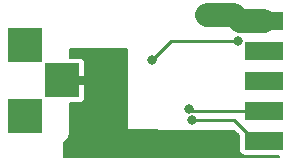
<source format=gbr>
G04 #@! TF.GenerationSoftware,KiCad,Pcbnew,(5.1.2)-1*
G04 #@! TF.CreationDate,2019-07-12T15:40:08+02:00*
G04 #@! TF.ProjectId,soldering_burning,736f6c64-6572-4696-9e67-5f6275726e69,101A*
G04 #@! TF.SameCoordinates,Original*
G04 #@! TF.FileFunction,Copper,L2,Bot*
G04 #@! TF.FilePolarity,Positive*
%FSLAX46Y46*%
G04 Gerber Fmt 4.6, Leading zero omitted, Abs format (unit mm)*
G04 Created by KiCad (PCBNEW (5.1.2)-1) date 2019-07-12 15:40:08*
%MOMM*%
%LPD*%
G04 APERTURE LIST*
%ADD10R,3.000000X3.000000*%
%ADD11R,3.300000X1.500000*%
%ADD12C,0.800000*%
%ADD13C,0.250000*%
%ADD14C,2.000000*%
%ADD15C,0.200000*%
G04 APERTURE END LIST*
D10*
X105800000Y-93950000D03*
X102600000Y-96950000D03*
X102600000Y-91000000D03*
D11*
X122900000Y-99100000D03*
X122900000Y-96550000D03*
X122900000Y-94000000D03*
X122900000Y-91450000D03*
X122900000Y-88900000D03*
D12*
X119250000Y-100100000D03*
X120400002Y-100099998D03*
X116750000Y-97350000D03*
X120350000Y-88450000D03*
X120350000Y-88450000D03*
X120350000Y-88450000D03*
X118050000Y-88450000D03*
X120650000Y-90600000D03*
X113350000Y-92200000D03*
X116500000Y-96350000D03*
D13*
X116800000Y-97300000D02*
X116750000Y-97350000D01*
X120300000Y-97300000D02*
X116800000Y-97300000D01*
X122900000Y-99100000D02*
X122100000Y-99100000D01*
X122100000Y-99100000D02*
X120300000Y-97300000D01*
D14*
X122900000Y-88900000D02*
X120800000Y-88900000D01*
X120800000Y-88900000D02*
X120350000Y-88450000D01*
X120350000Y-88450000D02*
X118050000Y-88450000D01*
D13*
X120650000Y-90600000D02*
X114950000Y-90600000D01*
X114950000Y-90600000D02*
X113350000Y-92200000D01*
X122900000Y-96550000D02*
X116700000Y-96550000D01*
X116700000Y-96550000D02*
X116500000Y-96350000D01*
D15*
G36*
X111250000Y-98100000D02*
G01*
X111251921Y-98119509D01*
X111257612Y-98138268D01*
X111266853Y-98155557D01*
X111279289Y-98170711D01*
X111294443Y-98183147D01*
X111311732Y-98192388D01*
X111330491Y-98198079D01*
X111349627Y-98199999D01*
X116506724Y-98219242D01*
X116661358Y-98250000D01*
X116838642Y-98250000D01*
X116984317Y-98221024D01*
X120349699Y-98233581D01*
X120747581Y-98631464D01*
X120747581Y-99850000D01*
X120757235Y-99948017D01*
X120785825Y-100042267D01*
X120832254Y-100129129D01*
X120894736Y-100205264D01*
X120970871Y-100267746D01*
X121057733Y-100314175D01*
X121151983Y-100342765D01*
X121250000Y-100352419D01*
X124150001Y-100352419D01*
X124150001Y-100450000D01*
X105900000Y-100450000D01*
X105900000Y-99193054D01*
X105917621Y-99191318D01*
X106030721Y-99157010D01*
X106134955Y-99101296D01*
X106226317Y-99026317D01*
X106301296Y-98934955D01*
X106357010Y-98830721D01*
X106391318Y-98717621D01*
X106402903Y-98600000D01*
X106400000Y-98570526D01*
X106400000Y-95850352D01*
X107300000Y-95851935D01*
X107378414Y-95844212D01*
X107453814Y-95821340D01*
X107523303Y-95784197D01*
X107584211Y-95734211D01*
X107634197Y-95673303D01*
X107671340Y-95603814D01*
X107694212Y-95528414D01*
X107701935Y-95450000D01*
X107700000Y-94350000D01*
X107600000Y-94250000D01*
X106400000Y-94250000D01*
X106400000Y-93650000D01*
X107600000Y-93650000D01*
X107700000Y-93550000D01*
X107701935Y-92450000D01*
X107694212Y-92371586D01*
X107671340Y-92296186D01*
X107634197Y-92226697D01*
X107584211Y-92165789D01*
X107523303Y-92115803D01*
X107453814Y-92078660D01*
X107378414Y-92055788D01*
X107300000Y-92048065D01*
X106400000Y-92049648D01*
X106400000Y-91350000D01*
X111250000Y-91350000D01*
X111250000Y-98100000D01*
X111250000Y-98100000D01*
G37*
X111250000Y-98100000D02*
X111251921Y-98119509D01*
X111257612Y-98138268D01*
X111266853Y-98155557D01*
X111279289Y-98170711D01*
X111294443Y-98183147D01*
X111311732Y-98192388D01*
X111330491Y-98198079D01*
X111349627Y-98199999D01*
X116506724Y-98219242D01*
X116661358Y-98250000D01*
X116838642Y-98250000D01*
X116984317Y-98221024D01*
X120349699Y-98233581D01*
X120747581Y-98631464D01*
X120747581Y-99850000D01*
X120757235Y-99948017D01*
X120785825Y-100042267D01*
X120832254Y-100129129D01*
X120894736Y-100205264D01*
X120970871Y-100267746D01*
X121057733Y-100314175D01*
X121151983Y-100342765D01*
X121250000Y-100352419D01*
X124150001Y-100352419D01*
X124150001Y-100450000D01*
X105900000Y-100450000D01*
X105900000Y-99193054D01*
X105917621Y-99191318D01*
X106030721Y-99157010D01*
X106134955Y-99101296D01*
X106226317Y-99026317D01*
X106301296Y-98934955D01*
X106357010Y-98830721D01*
X106391318Y-98717621D01*
X106402903Y-98600000D01*
X106400000Y-98570526D01*
X106400000Y-95850352D01*
X107300000Y-95851935D01*
X107378414Y-95844212D01*
X107453814Y-95821340D01*
X107523303Y-95784197D01*
X107584211Y-95734211D01*
X107634197Y-95673303D01*
X107671340Y-95603814D01*
X107694212Y-95528414D01*
X107701935Y-95450000D01*
X107700000Y-94350000D01*
X107600000Y-94250000D01*
X106400000Y-94250000D01*
X106400000Y-93650000D01*
X107600000Y-93650000D01*
X107700000Y-93550000D01*
X107701935Y-92450000D01*
X107694212Y-92371586D01*
X107671340Y-92296186D01*
X107634197Y-92226697D01*
X107584211Y-92165789D01*
X107523303Y-92115803D01*
X107453814Y-92078660D01*
X107378414Y-92055788D01*
X107300000Y-92048065D01*
X106400000Y-92049648D01*
X106400000Y-91350000D01*
X111250000Y-91350000D01*
X111250000Y-98100000D01*
M02*

</source>
